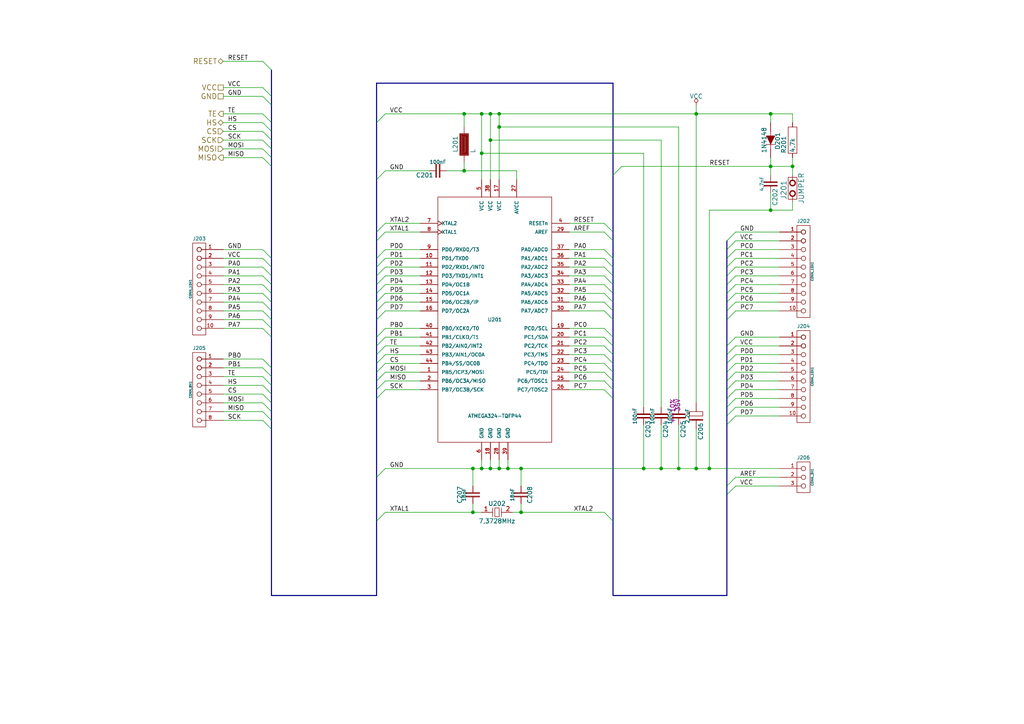
<source format=kicad_sch>
(kicad_sch (version 20211123) (generator eeschema)
  (paper "A4")
  (title_block (date "5 may 2013"))
  (lib_symbols
    (symbol "buscom-rescue:ATMEGA324-TQFP44" (pin_names (offset 1.016))
      (property "Reference" "U" (at 0 0 0))
      (property "Value" "ATMEGA324-TQFP44" (at 0 -27.94 0))
      (symbol "ATMEGA324-TQFP44_0_1"
        (pin bidirectional line (at -21.59 20.32 0) (length 5.08) (name "PD0/RXD0/T3") (number "9"))
      )
      (symbol "ATMEGA324-TQFP44_1_0"
        (rectangle (start -16.51 -35.56) (end 16.51 35.56))
      )
      (symbol "ATMEGA324-TQFP44_1_1"
        (pin input line (at -21.59 -15.24 0) (length 5.08) (name "PB5/ICP3/MOSI") (number "1"))
        (pin bidirectional line (at -21.59 17.78 0) (length 5.08) (name "PD1/TXD0") (number "10"))
        (pin bidirectional line (at -21.59 15.24 0) (length 5.08) (name "PD2/RXD1/INT0") (number "11"))
        (pin bidirectional line (at -21.59 12.7 0) (length 5.08) (name "PD3/TXD1/INT1") (number "12"))
        (pin bidirectional line (at -21.59 10.16 0) (length 5.08) (name "PD4/OC1B") (number "13"))
        (pin bidirectional line (at -21.59 7.62 0) (length 5.08) (name "PD5/OC1A") (number "14"))
        (pin bidirectional line (at -21.59 5.08 0) (length 5.08) (name "PD6/OC2B/IP") (number "15"))
        (pin bidirectional line (at -21.59 2.54 0) (length 5.08) (name "PD7/OC2A") (number "16"))
        (pin power_in line (at 1.27 40.64 270) (length 5.08) (name "VCC") (number "17"))
        (pin power_in line (at -1.27 -40.64 90) (length 5.08) (name "GND") (number "18"))
        (pin bidirectional line (at 21.59 -2.54 180) (length 5.08) (name "PC0/SCL") (number "19"))
        (pin bidirectional line (at -21.59 -17.78 0) (length 5.08) (name "PB6/OC3A/MISO") (number "2"))
        (pin bidirectional line (at 21.59 -5.08 180) (length 5.08) (name "PC1/SDA") (number "20"))
        (pin bidirectional line (at 21.59 -7.62 180) (length 5.08) (name "PC2/TCK") (number "21"))
        (pin bidirectional line (at 21.59 -10.16 180) (length 5.08) (name "PC3/TMS") (number "22"))
        (pin bidirectional line (at 21.59 -12.7 180) (length 5.08) (name "PC4/TDO") (number "23"))
        (pin bidirectional line (at 21.59 -15.24 180) (length 5.08) (name "PC5/TDI") (number "24"))
        (pin bidirectional line (at 21.59 -17.78 180) (length 5.08) (name "PC6/TOSC1") (number "25"))
        (pin bidirectional line (at 21.59 -20.32 180) (length 5.08) (name "PC7/TOSC2") (number "26"))
        (pin input line (at 6.35 40.64 270) (length 5.08) (name "AVCC") (number "27"))
        (pin power_in line (at 1.27 -40.64 90) (length 5.08) (name "GND") (number "28"))
        (pin input line (at 21.59 25.4 180) (length 5.08) (name "AREF") (number "29"))
        (pin bidirectional line (at -21.59 -20.32 0) (length 5.08) (name "PB7/OC3B/SCK") (number "3"))
        (pin bidirectional line (at 21.59 2.54 180) (length 5.08) (name "PA7/ADC7") (number "30"))
        (pin bidirectional line (at 21.59 5.08 180) (length 5.08) (name "PA6/ADC6") (number "31"))
        (pin bidirectional line (at 21.59 7.62 180) (length 5.08) (name "PA5/ADC5") (number "32"))
        (pin bidirectional line (at 21.59 10.16 180) (length 5.08) (name "PA4/ADC4") (number "33"))
        (pin bidirectional line (at 21.59 12.7 180) (length 5.08) (name "PA3/ADC3") (number "34"))
        (pin bidirectional line (at 21.59 15.24 180) (length 5.08) (name "PA2/ADC2") (number "35"))
        (pin bidirectional line (at 21.59 17.78 180) (length 5.08) (name "PA1/ADC1") (number "36"))
        (pin bidirectional line (at 21.59 20.32 180) (length 5.08) (name "PA0/ADC0") (number "37"))
        (pin power_in line (at -1.27 40.64 270) (length 5.08) (name "VCC") (number "38"))
        (pin power_in line (at 3.81 -40.64 90) (length 5.08) (name "GND") (number "39"))
        (pin bidirectional line (at 21.59 27.94 180) (length 5.08) (name "RESETn") (number "4"))
        (pin bidirectional line (at -21.59 -2.54 0) (length 5.08) (name "PB0/XCK0/T0") (number "40"))
        (pin bidirectional line (at -21.59 -5.08 0) (length 5.08) (name "PB1/CLKO/T1") (number "41"))
        (pin bidirectional line (at -21.59 -7.62 0) (length 5.08) (name "PB2/AIN0/INT2") (number "42"))
        (pin bidirectional line (at -21.59 -10.16 0) (length 5.08) (name "PB3/AIN1/OC0A") (number "43"))
        (pin bidirectional line (at -21.59 -12.7 0) (length 5.08) (name "PB4/SS/OC0B") (number "44"))
        (pin power_in line (at -3.81 40.64 270) (length 5.08) (name "VCC") (number "5"))
        (pin power_in line (at -3.81 -40.64 90) (length 5.08) (name "GND") (number "6"))
        (pin input clock (at -21.59 27.94 0) (length 5.08) (name "XTAL2") (number "7"))
        (pin input clock (at -21.59 25.4 0) (length 5.08) (name "XTAL1") (number "8"))
      )
    )
    (symbol "buscom-rescue:C" (pin_numbers hide) (pin_names (offset 1.016) hide)
      (property "Reference" "C" (at 1.27 1.27 0))
      (property "Value" "C" (at 0 -2.54 0))
      (symbol "C_0_1"
        (polyline (pts (xy -0.508 -1.905) (xy -0.508 1.905) (xy -0.508 1.905)))
        (polyline (pts (xy -0.381 -1.905) (xy -0.635 -1.905) (xy -0.635 -1.905)))
        (polyline (pts (xy -0.381 1.905) (xy -0.635 1.905) (xy -0.635 1.905)))
        (polyline (pts (xy -0.381 1.905) (xy -0.381 -1.905) (xy -0.381 -1.905)))
        (polyline (pts (xy 0.381 1.905) (xy 0.381 -1.905) (xy 0.381 -1.905)))
        (polyline (pts (xy 0.508 -1.905) (xy 0.508 1.905) (xy 0.508 1.905)))
        (polyline (pts (xy 0.635 -1.905) (xy 0.381 -1.905) (xy 0.381 -1.905)))
        (polyline (pts (xy 0.635 -1.905) (xy 0.635 1.905) (xy 0.635 1.905)))
        (polyline (pts (xy 0.635 1.905) (xy 0.381 1.905) (xy 0.381 1.905)))
        (polyline (pts (xy -0.635 1.905) (xy -0.635 -1.905) (xy -0.635 -1.905) (xy -0.635 -1.905)))
      )
      (symbol "C_1_1"
        (pin input line (at -2.54 0 0) (length 1.905) (name "1") (number "1"))
        (pin input line (at 2.54 0 180) (length 1.905) (name "2") (number "2"))
      )
    )
    (symbol "buscom-rescue:CONN_10X1" (pin_names (offset 1.016) hide)
      (property "Reference" "J" (at 1.905 14.605 0))
      (property "Value" "CONN_10X1" (at 4.445 0 90))
      (symbol "CONN_10X1_0_1"
        (rectangle (start 0 13.335) (end 3.81 -13.335))
      )
      (symbol "CONN_10X1_1_1"
        (pin passive inverted (at -5.08 11.43 0) (length 7.62) (name "1") (number "1"))
        (pin passive inverted (at -5.08 11.43 0) (length 7.62) (name "1") (number "1"))
        (pin input inverted (at -5.08 -11.43 0) (length 7.62) (name "10") (number "10"))
        (pin passive inverted (at -5.08 8.89 0) (length 7.62) (name "2") (number "2"))
        (pin passive inverted (at -5.08 8.89 0) (length 7.62) (name "2") (number "2"))
        (pin input inverted (at -5.08 6.35 0) (length 7.62) (name "3") (number "3"))
        (pin input inverted (at -5.08 3.81 0) (length 7.62) (name "4") (number "4"))
        (pin input inverted (at -5.08 1.27 0) (length 7.62) (name "5") (number "5"))
        (pin input inverted (at -5.08 -1.27 0) (length 7.62) (name "6") (number "6"))
        (pin input inverted (at -5.08 -3.81 0) (length 7.62) (name "7") (number "7"))
        (pin input inverted (at -5.08 -6.35 0) (length 7.62) (name "8") (number "8"))
        (pin input inverted (at -5.08 -8.89 0) (length 7.62) (name "9") (number "9"))
      )
    )
    (symbol "buscom-rescue:CONN_3X1" (pin_names (offset 1.016) hide)
      (property "Reference" "J" (at 1.905 5.715 0))
      (property "Value" "CONN_3X1" (at 4.445 0 90))
      (symbol "CONN_3X1_0_1"
        (rectangle (start 0 4.445) (end 3.81 -4.445))
      )
      (symbol "CONN_3X1_1_1"
        (pin passive inverted (at -5.08 2.54 0) (length 7.62) (name "1") (number "1"))
        (pin passive inverted (at -5.08 0 0) (length 7.62) (name "2") (number "2"))
        (pin input inverted (at -5.08 -2.54 0) (length 7.62) (name "3") (number "3"))
      )
    )
    (symbol "buscom-rescue:CONN_8X1" (pin_names (offset 1.016) hide)
      (property "Reference" "J" (at 1.905 12.065 0))
      (property "Value" "CONN_8X1" (at 4.445 0 90))
      (symbol "CONN_8X1_0_1"
        (rectangle (start 0 10.795) (end 3.81 -10.795))
      )
      (symbol "CONN_8X1_1_1"
        (pin passive inverted (at -5.08 8.89 0) (length 7.62) (name "1") (number "1"))
        (pin passive inverted (at -5.08 8.89 0) (length 7.62) (name "1") (number "1"))
        (pin passive inverted (at -5.08 6.35 0) (length 7.62) (name "2") (number "2"))
        (pin passive inverted (at -5.08 6.35 0) (length 7.62) (name "2") (number "2"))
        (pin input inverted (at -5.08 3.81 0) (length 7.62) (name "3") (number "3"))
        (pin input inverted (at -5.08 1.27 0) (length 7.62) (name "4") (number "4"))
        (pin input inverted (at -5.08 -1.27 0) (length 7.62) (name "5") (number "5"))
        (pin input inverted (at -5.08 -3.81 0) (length 7.62) (name "6") (number "6"))
        (pin input inverted (at -5.08 -6.35 0) (length 7.62) (name "7") (number "7"))
        (pin input inverted (at -5.08 -8.89 0) (length 7.62) (name "8") (number "8"))
      )
    )
    (symbol "buscom-rescue:CP" (pin_numbers hide) (pin_names (offset 1.016) hide)
      (property "Reference" "C" (at 1.905 1.27 0))
      (property "Value" "CP" (at 0 -2.54 0))
      (property "Voltage" "35V" (at -5.08 -5.334 0))
      (property "Tolrance" "+-10%" (at -5.08 -6.858 0))
      (symbol "CP_0_1"
        (polyline (pts (xy 1.016 -1.905) (xy 1.27 -1.905) (xy 1.27 -1.905)))
        (polyline (pts (xy 1.016 1.905) (xy 1.27 1.905) (xy 1.27 1.905)))
        (polyline (pts (xy 1.143 1.905) (xy 1.143 -1.905) (xy 1.143 -1.905)))
        (polyline (pts (xy 1.27 -1.905) (xy 1.27 1.905) (xy 1.27 1.905)))
        (polyline (pts (xy 1.016 1.905) (xy 1.016 -1.905) (xy 1.016 -1.905) (xy 1.016 -1.905)))
        (polyline (pts (xy 1.016 1.27) (xy 1.016 -1.27) (xy 1.016 -1.27) (xy 1.016 -1.27) (xy 1.016 -1.27) (xy 1.016 -1.27)))
        (rectangle (start 0 1.905) (end -1.27 -1.905))
      )
      (symbol "CP_1_1"
        (pin input line (at -3.81 0 0) (length 2.54) (name "1") (number "1"))
        (pin input line (at 3.81 0 180) (length 2.54) (name "2") (number "2"))
      )
    )
    (symbol "buscom-rescue:CRYSTAL" (pin_names (offset 1.016))
      (property "Reference" "U" (at 4.445 2.54 0))
      (property "Value" "CRYSTAL" (at 4.445 -2.54 0))
      (symbol "CRYSTAL_0_1"
        (polyline (pts (xy 2.54 0) (xy 3.175 0) (xy 3.175 0)))
        (polyline (pts (xy 3.175 1.27) (xy 3.175 -1.27) (xy 3.175 -1.27)))
        (polyline (pts (xy 5.715 1.27) (xy 5.715 -1.27) (xy 5.715 -1.27)))
        (polyline (pts (xy 6.35 0) (xy 5.715 0) (xy 5.715 0)))
        (rectangle (start 3.81 1.27) (end 5.08 -1.27))
      )
      (symbol "CRYSTAL_1_1"
        (pin output line (at 0 0 0) (length 2.54) (name "~") (number "1"))
        (pin output line (at 8.89 0 180) (length 2.54) (name "~") (number "2"))
      )
    )
    (symbol "buscom-rescue:D" (pin_numbers hide) (pin_names (offset 1.016) hide)
      (property "Reference" "D" (at 0.254 2.032 0))
      (property "Value" "D" (at 0 -1.905 0))
      (symbol "D_0_1"
        (polyline (pts (xy -1.27 0) (xy -2.54 0) (xy -2.54 0)))
        (polyline (pts (xy 1.27 1.27) (xy 1.27 -1.27) (xy 1.27 -1.27) (xy 1.27 -1.27)))
        (polyline (pts (xy 1.27 0) (xy -1.27 -1.27) (xy -1.27 1.27) (xy 1.27 0) (xy 1.27 0)) (stroke (width 0.0254)) (fill (type outline)))
        (polyline (pts (xy 2.54 0) (xy 1.27 0) (xy 1.27 0) (xy 1.27 0) (xy 1.27 0)))
      )
      (symbol "D_1_1"
        (pin input line (at -5.08 0 0) (length 2.54) (name "A") (number "1"))
        (pin input line (at 5.08 0 180) (length 2.54) (name "C") (number "2"))
      )
    )
    (symbol "buscom-rescue:JUMPER" (pin_numbers hide) (pin_names (offset 1.016) hide)
      (property "Reference" "J" (at -0.508 2.54 0))
      (property "Value" "JUMPER" (at 0 -2.54 0))
      (symbol "JUMPER_0_1"
        (rectangle (start -3.175 1.27) (end 3.175 -1.27))
        (circle (center -1.524 0) (radius 0.7874) (stroke (width 0.381)))
        (circle (center 1.524 0) (radius 0.7874) (stroke (width 0.381)))
        (pin passive line (at 3.81 0 180) (length 1.27) (name "2") (number "2"))
      )
      (symbol "JUMPER_1_1"
        (pin passive line (at -3.81 0 0) (length 1.27) (name "1") (number "1"))
      )
    )
    (symbol "buscom-rescue:L" (pin_numbers hide) (pin_names (offset 1.016) hide)
      (property "Reference" "L" (at -2.54 -2.54 0))
      (property "Value" "L" (at -2.54 2.159 0))
      (symbol "L_0_1"
        (rectangle (start -3.175 1.27) (end 3.175 -1.27))
        (rectangle (start -2.921 1.016) (end 2.921 -1.016))
        (rectangle (start -2.667 0.762) (end 2.667 -0.762))
        (rectangle (start -2.413 0.508) (end 2.413 -0.508))
        (rectangle (start -2.159 0.254) (end 2.159 -0.254))
        (rectangle (start -1.905 0) (end 1.905 0))
        (rectangle (start 2.032 -0.127) (end -2.032 0.127))
        (rectangle (start 2.286 -0.381) (end -2.286 0.381))
        (rectangle (start 2.54 -0.635) (end -2.54 0.635))
        (rectangle (start 2.794 -0.889) (end -2.794 0.889))
        (rectangle (start 3.048 -1.143) (end -3.048 1.143))
      )
      (symbol "L_1_1"
        (pin bidirectional line (at -5.08 0 0) (length 1.905) (name "1") (number "1"))
        (pin bidirectional line (at 5.08 0 180) (length 1.905) (name "2") (number "2"))
      )
    )
    (symbol "buscom-rescue:R" (pin_numbers hide) (pin_names (offset 1.016) hide)
      (property "Reference" "R" (at -1.27 -2.54 0))
      (property "Value" "R" (at -0.635 0 0))
      (symbol "R_0_1"
        (rectangle (start -3.81 1.27) (end 3.81 -1.27))
      )
      (symbol "R_1_1"
        (pin passive line (at -5.08 0 0) (length 1.27) (name "1") (number "1"))
        (pin passive line (at 5.08 0 180) (length 1.27) (name "2") (number "2"))
      )
    )
    (symbol "buscom-rescue:VCC" (power) (pin_names (offset 0))
      (property "Value" "VCC" (at 0 2.54 0))
      (symbol "VCC_0_0"
        (pin power_in line (at 0 0 90) (length 0) hide (name "VCC") (number "1"))
      )
      (symbol "VCC_0_1"
        (polyline (pts (xy 0 0) (xy 0 0.762) (xy 0 0.762)))
        (circle (center 0 1.27) (radius 0.508))
      )
    )
  )
  (junction (at 144.78 36.83))
  (junction (at 191.77 135.89))
  (junction (at 201.93 33.02))
  (junction (at 201.93 135.89))
  (junction (at 137.16 148.59))
  (junction (at 139.7 44.45))
  (junction (at 139.7 135.89))
  (junction (at 139.7 33.02))
  (junction (at 151.13 148.59))
  (junction (at 142.24 33.02))
  (junction (at 196.85 135.89))
  (junction (at 223.52 60.96))
  (junction (at 151.13 135.89))
  (junction (at 147.32 135.89))
  (junction (at 142.24 135.89))
  (junction (at 134.62 49.53))
  (junction (at 137.16 135.89))
  (junction (at 229.87 48.26))
  (junction (at 142.24 40.64))
  (junction (at 186.69 135.89))
  (junction (at 144.78 33.02))
  (junction (at 134.62 33.02))
  (junction (at 205.74 135.89))
  (junction (at 223.52 48.26))
  (junction (at 223.52 33.02))
  (junction (at 144.78 135.89))
  (bus_entry (at 210.82 143.51) (size 2.54 -2.54))
  (bus_entry (at 175.26 97.79) (size 2.54 2.54))
  (bus_entry (at 175.26 95.25) (size 2.54 2.54))
  (bus_entry (at 175.26 105.41) (size 2.54 2.54))
  (bus_entry (at 76.2 109.22) (size 2.54 2.54))
  (bus_entry (at 210.82 82.55) (size 2.54 -2.54))
  (bus_entry (at 175.26 80.01) (size 2.54 2.54))
  (bus_entry (at 175.26 100.33) (size 2.54 2.54))
  (bus_entry (at 76.2 87.63) (size 2.54 2.54))
  (bus_entry (at 76.2 80.01) (size 2.54 2.54))
  (bus_entry (at 175.26 148.59) (size 2.54 2.54))
  (bus_entry (at 210.82 107.95) (size 2.54 -2.54))
  (bus_entry (at 210.82 123.19) (size 2.54 -2.54))
  (bus_entry (at 109.22 77.47) (size 2.54 -2.54))
  (bus_entry (at 210.82 100.33) (size 2.54 -2.54))
  (bus_entry (at 76.2 85.09) (size 2.54 2.54))
  (bus_entry (at 210.82 77.47) (size 2.54 -2.54))
  (bus_entry (at 76.2 35.56) (size 2.54 2.54))
  (bus_entry (at 177.8 50.8) (size 2.54 -2.54))
  (bus_entry (at 175.26 67.31) (size 2.54 2.54))
  (bus_entry (at 210.82 105.41) (size 2.54 -2.54))
  (bus_entry (at 210.82 85.09) (size 2.54 -2.54))
  (bus_entry (at 210.82 110.49) (size 2.54 -2.54))
  (bus_entry (at 76.2 77.47) (size 2.54 2.54))
  (bus_entry (at 210.82 92.71) (size 2.54 -2.54))
  (bus_entry (at 109.22 110.49) (size 2.54 -2.54))
  (bus_entry (at 210.82 80.01) (size 2.54 -2.54))
  (bus_entry (at 109.22 90.17) (size 2.54 -2.54))
  (bus_entry (at 76.2 95.25) (size 2.54 2.54))
  (bus_entry (at 109.22 87.63) (size 2.54 -2.54))
  (bus_entry (at 210.82 102.87) (size 2.54 -2.54))
  (bus_entry (at 175.26 77.47) (size 2.54 2.54))
  (bus_entry (at 210.82 74.93) (size 2.54 -2.54))
  (bus_entry (at 109.22 69.85) (size 2.54 -2.54))
  (bus_entry (at 76.2 119.38) (size 2.54 2.54))
  (bus_entry (at 76.2 111.76) (size 2.54 2.54))
  (bus_entry (at 76.2 92.71) (size 2.54 2.54))
  (bus_entry (at 175.26 87.63) (size 2.54 2.54))
  (bus_entry (at 76.2 33.02) (size 2.54 2.54))
  (bus_entry (at 210.82 115.57) (size 2.54 -2.54))
  (bus_entry (at 210.82 72.39) (size 2.54 -2.54))
  (bus_entry (at 76.2 116.84) (size 2.54 2.54))
  (bus_entry (at 109.22 80.01) (size 2.54 -2.54))
  (bus_entry (at 109.22 107.95) (size 2.54 -2.54))
  (bus_entry (at 109.22 92.71) (size 2.54 -2.54))
  (bus_entry (at 109.22 151.13) (size 2.54 -2.54))
  (bus_entry (at 210.82 69.85) (size 2.54 -2.54))
  (bus_entry (at 76.2 17.78) (size 2.54 2.54))
  (bus_entry (at 210.82 87.63) (size 2.54 -2.54))
  (bus_entry (at 76.2 72.39) (size 2.54 2.54))
  (bus_entry (at 210.82 140.97) (size 2.54 -2.54))
  (bus_entry (at 109.22 97.79) (size 2.54 -2.54))
  (bus_entry (at 76.2 114.3) (size 2.54 2.54))
  (bus_entry (at 175.26 82.55) (size 2.54 2.54))
  (bus_entry (at 175.26 113.03) (size 2.54 2.54))
  (bus_entry (at 175.26 64.77) (size 2.54 2.54))
  (bus_entry (at 210.82 113.03) (size 2.54 -2.54))
  (bus_entry (at 76.2 40.64) (size 2.54 2.54))
  (bus_entry (at 175.26 74.93) (size 2.54 2.54))
  (bus_entry (at 175.26 72.39) (size 2.54 2.54))
  (bus_entry (at 175.26 85.09) (size 2.54 2.54))
  (bus_entry (at 210.82 90.17) (size 2.54 -2.54))
  (bus_entry (at 109.22 113.03) (size 2.54 -2.54))
  (bus_entry (at 76.2 90.17) (size 2.54 2.54))
  (bus_entry (at 109.22 67.31) (size 2.54 -2.54))
  (bus_entry (at 76.2 82.55) (size 2.54 2.54))
  (bus_entry (at 109.22 115.57) (size 2.54 -2.54))
  (bus_entry (at 175.26 102.87) (size 2.54 2.54))
  (bus_entry (at 210.82 120.65) (size 2.54 -2.54))
  (bus_entry (at 175.26 90.17) (size 2.54 2.54))
  (bus_entry (at 109.22 85.09) (size 2.54 -2.54))
  (bus_entry (at 76.2 45.72) (size 2.54 2.54))
  (bus_entry (at 109.22 82.55) (size 2.54 -2.54))
  (bus_entry (at 109.22 74.93) (size 2.54 -2.54))
  (bus_entry (at 76.2 25.4) (size 2.54 2.54))
  (bus_entry (at 109.22 138.43) (size 2.54 -2.54))
  (bus_entry (at 109.22 102.87) (size 2.54 -2.54))
  (bus_entry (at 76.2 27.94) (size 2.54 2.54))
  (bus_entry (at 210.82 118.11) (size 2.54 -2.54))
  (bus_entry (at 109.22 35.56) (size 2.54 -2.54))
  (bus_entry (at 76.2 74.93) (size 2.54 2.54))
  (bus_entry (at 76.2 104.14) (size 2.54 2.54))
  (bus_entry (at 76.2 38.1) (size 2.54 2.54))
  (bus_entry (at 109.22 100.33) (size 2.54 -2.54))
  (bus_entry (at 76.2 106.68) (size 2.54 2.54))
  (bus_entry (at 109.22 105.41) (size 2.54 -2.54))
  (bus_entry (at 76.2 121.92) (size 2.54 2.54))
  (bus_entry (at 175.26 110.49) (size 2.54 2.54))
  (bus_entry (at 76.2 43.18) (size 2.54 2.54))
  (bus_entry (at 109.22 52.07) (size 2.54 -2.54))
  (bus_entry (at 175.26 107.95) (size 2.54 2.54))
  (bus (pts (xy 78.74 80.01) (xy 78.74 77.47)))
  (wire (pts (xy 64.77 38.1) (xy 76.2 38.1)))
  (wire (pts (xy 186.69 118.11) (xy 186.69 44.45)))
  (wire (pts (xy 213.36 120.65) (xy 226.06 120.65)))
  (wire (pts (xy 121.92 80.01) (xy 111.76 80.01)))
  (wire (pts (xy 64.77 95.25) (xy 76.2 95.25)))
  (wire (pts (xy 148.59 148.59) (xy 151.13 148.59)))
  (bus (pts (xy 109.22 69.85) (xy 109.22 67.31)))
  (wire (pts (xy 165.1 95.25) (xy 175.26 95.25)))
  (wire (pts (xy 64.77 111.76) (xy 76.2 111.76)))
  (wire (pts (xy 196.85 135.89) (xy 196.85 123.19)))
  (wire (pts (xy 205.74 60.96) (xy 223.52 60.96)))
  (bus (pts (xy 210.82 74.93) (xy 210.82 77.47)))
  (wire (pts (xy 111.76 148.59) (xy 137.16 148.59)))
  (wire (pts (xy 64.77 27.94) (xy 76.2 27.94)))
  (bus (pts (xy 109.22 80.01) (xy 109.22 77.47)))
  (wire (pts (xy 111.76 97.79) (xy 121.92 97.79)))
  (wire (pts (xy 137.16 140.97) (xy 137.16 135.89)))
  (wire (pts (xy 142.24 33.02) (xy 142.24 40.64)))
  (wire (pts (xy 151.13 146.05) (xy 151.13 148.59)))
  (wire (pts (xy 64.77 104.14) (xy 76.2 104.14)))
  (bus (pts (xy 177.8 97.79) (xy 177.8 100.33)))
  (wire (pts (xy 165.1 67.31) (xy 175.26 67.31)))
  (bus (pts (xy 177.8 24.13) (xy 177.8 50.8)))
  (bus (pts (xy 109.22 97.79) (xy 109.22 92.71)))
  (wire (pts (xy 64.77 33.02) (xy 76.2 33.02)))
  (wire (pts (xy 165.1 110.49) (xy 175.26 110.49)))
  (wire (pts (xy 144.78 33.02) (xy 142.24 33.02)))
  (wire (pts (xy 191.77 135.89) (xy 191.77 123.19)))
  (wire (pts (xy 213.36 110.49) (xy 226.06 110.49)))
  (bus (pts (xy 109.22 24.13) (xy 177.8 24.13)))
  (wire (pts (xy 165.1 102.87) (xy 175.26 102.87)))
  (bus (pts (xy 177.8 85.09) (xy 177.8 87.63)))
  (wire (pts (xy 186.69 44.45) (xy 139.7 44.45)))
  (wire (pts (xy 147.32 135.89) (xy 147.32 133.35)))
  (wire (pts (xy 134.62 49.53) (xy 134.62 46.99)))
  (bus (pts (xy 109.22 172.72) (xy 109.22 151.13)))
  (bus (pts (xy 109.22 113.03) (xy 109.22 110.49)))
  (bus (pts (xy 78.74 77.47) (xy 78.74 74.93)))
  (wire (pts (xy 165.1 82.55) (xy 175.26 82.55)))
  (wire (pts (xy 111.76 113.03) (xy 121.92 113.03)))
  (wire (pts (xy 121.92 74.93) (xy 111.76 74.93)))
  (bus (pts (xy 78.74 90.17) (xy 78.74 87.63)))
  (wire (pts (xy 121.92 82.55) (xy 111.76 82.55)))
  (wire (pts (xy 142.24 135.89) (xy 139.7 135.89)))
  (wire (pts (xy 111.76 110.49) (xy 121.92 110.49)))
  (wire (pts (xy 226.06 135.89) (xy 205.74 135.89)))
  (wire (pts (xy 226.06 72.39) (xy 213.36 72.39)))
  (wire (pts (xy 165.1 64.77) (xy 175.26 64.77)))
  (wire (pts (xy 223.52 33.02) (xy 223.52 35.56)))
  (wire (pts (xy 226.06 100.33) (xy 213.36 100.33)))
  (bus (pts (xy 210.82 105.41) (xy 210.82 107.95)))
  (wire (pts (xy 147.32 135.89) (xy 144.78 135.89)))
  (wire (pts (xy 191.77 40.64) (xy 191.77 118.11)))
  (bus (pts (xy 177.8 100.33) (xy 177.8 102.87)))
  (wire (pts (xy 229.87 58.42) (xy 229.87 60.96)))
  (wire (pts (xy 165.1 113.03) (xy 175.26 113.03)))
  (bus (pts (xy 109.22 77.47) (xy 109.22 74.93)))
  (wire (pts (xy 64.77 80.01) (xy 76.2 80.01)))
  (wire (pts (xy 64.77 82.55) (xy 76.2 82.55)))
  (wire (pts (xy 64.77 121.92) (xy 76.2 121.92)))
  (wire (pts (xy 213.36 105.41) (xy 226.06 105.41)))
  (bus (pts (xy 177.8 50.8) (xy 177.8 67.31)))
  (wire (pts (xy 139.7 33.02) (xy 134.62 33.02)))
  (bus (pts (xy 177.8 115.57) (xy 177.8 151.13)))
  (wire (pts (xy 64.77 119.38) (xy 76.2 119.38)))
  (bus (pts (xy 78.74 82.55) (xy 78.74 80.01)))
  (wire (pts (xy 223.52 50.8) (xy 223.52 48.26)))
  (wire (pts (xy 213.36 67.31) (xy 226.06 67.31)))
  (wire (pts (xy 213.36 69.85) (xy 226.06 69.85)))
  (bus (pts (xy 78.74 40.64) (xy 78.74 38.1)))
  (wire (pts (xy 144.78 135.89) (xy 142.24 135.89)))
  (wire (pts (xy 111.76 107.95) (xy 121.92 107.95)))
  (wire (pts (xy 64.77 109.22) (xy 76.2 109.22)))
  (wire (pts (xy 205.74 135.89) (xy 201.93 135.89)))
  (wire (pts (xy 205.74 135.89) (xy 205.74 60.96)))
  (wire (pts (xy 223.52 48.26) (xy 180.34 48.26)))
  (wire (pts (xy 226.06 82.55) (xy 213.36 82.55)))
  (bus (pts (xy 78.74 124.46) (xy 78.74 121.92)))
  (wire (pts (xy 201.93 135.89) (xy 196.85 135.89)))
  (wire (pts (xy 226.06 140.97) (xy 213.36 140.97)))
  (wire (pts (xy 121.92 87.63) (xy 111.76 87.63)))
  (bus (pts (xy 210.82 120.65) (xy 210.82 123.19)))
  (bus (pts (xy 177.8 74.93) (xy 177.8 77.47)))
  (wire (pts (xy 64.77 17.78) (xy 76.2 17.78)))
  (bus (pts (xy 210.82 123.19) (xy 210.82 140.97)))
  (wire (pts (xy 64.77 116.84) (xy 76.2 116.84)))
  (bus (pts (xy 78.74 109.22) (xy 78.74 106.68)))
  (wire (pts (xy 201.93 33.02) (xy 201.93 116.84)))
  (bus (pts (xy 210.82 140.97) (xy 210.82 143.51)))
  (wire (pts (xy 229.87 35.56) (xy 229.87 33.02)))
  (wire (pts (xy 111.76 95.25) (xy 121.92 95.25)))
  (bus (pts (xy 210.82 113.03) (xy 210.82 115.57)))
  (bus (pts (xy 109.22 67.31) (xy 109.22 52.07)))
  (wire (pts (xy 213.36 113.03) (xy 226.06 113.03)))
  (bus (pts (xy 109.22 151.13) (xy 109.22 138.43)))
  (bus (pts (xy 109.22 138.43) (xy 109.22 115.57)))
  (wire (pts (xy 121.92 90.17) (xy 111.76 90.17)))
  (wire (pts (xy 213.36 118.11) (xy 226.06 118.11)))
  (bus (pts (xy 78.74 85.09) (xy 78.74 82.55)))
  (wire (pts (xy 223.52 48.26) (xy 223.52 45.72)))
  (wire (pts (xy 165.1 107.95) (xy 175.26 107.95)))
  (wire (pts (xy 134.62 33.02) (xy 111.76 33.02)))
  (bus (pts (xy 78.74 38.1) (xy 78.74 35.56)))
  (wire (pts (xy 213.36 85.09) (xy 226.06 85.09)))
  (wire (pts (xy 229.87 48.26) (xy 229.87 45.72)))
  (wire (pts (xy 196.85 135.89) (xy 191.77 135.89)))
  (wire (pts (xy 213.36 102.87) (xy 226.06 102.87)))
  (wire (pts (xy 223.52 33.02) (xy 201.93 33.02)))
  (wire (pts (xy 121.92 105.41) (xy 111.76 105.41)))
  (wire (pts (xy 64.77 25.4) (xy 76.2 25.4)))
  (bus (pts (xy 109.22 90.17) (xy 109.22 87.63)))
  (bus (pts (xy 177.8 105.41) (xy 177.8 107.95)))
  (wire (pts (xy 142.24 40.64) (xy 191.77 40.64)))
  (wire (pts (xy 64.77 74.93) (xy 76.2 74.93)))
  (wire (pts (xy 165.1 105.41) (xy 175.26 105.41)))
  (wire (pts (xy 223.52 55.88) (xy 223.52 60.96)))
  (wire (pts (xy 111.76 72.39) (xy 121.92 72.39)))
  (wire (pts (xy 165.1 87.63) (xy 175.26 87.63)))
  (wire (pts (xy 196.85 36.83) (xy 144.78 36.83)))
  (bus (pts (xy 78.74 43.18) (xy 78.74 40.64)))
  (bus (pts (xy 78.74 172.72) (xy 78.74 124.46)))
  (wire (pts (xy 64.77 45.72) (xy 76.2 45.72)))
  (bus (pts (xy 78.74 121.92) (xy 78.74 119.38)))
  (wire (pts (xy 137.16 146.05) (xy 137.16 148.59)))
  (wire (pts (xy 191.77 135.89) (xy 186.69 135.89)))
  (wire (pts (xy 111.76 100.33) (xy 121.92 100.33)))
  (bus (pts (xy 210.82 87.63) (xy 210.82 90.17)))
  (bus (pts (xy 210.82 69.85) (xy 210.82 72.39)))
  (wire (pts (xy 121.92 67.31) (xy 111.76 67.31)))
  (wire (pts (xy 213.36 107.95) (xy 226.06 107.95)))
  (wire (pts (xy 213.36 87.63) (xy 226.06 87.63)))
  (bus (pts (xy 177.8 80.01) (xy 177.8 82.55)))
  (wire (pts (xy 129.54 49.53) (xy 134.62 49.53)))
  (bus (pts (xy 210.82 107.95) (xy 210.82 110.49)))
  (wire (pts (xy 134.62 36.83) (xy 134.62 33.02)))
  (wire (pts (xy 165.1 80.01) (xy 175.26 80.01)))
  (bus (pts (xy 78.74 45.72) (xy 78.74 43.18)))
  (wire (pts (xy 201.93 124.46) (xy 201.93 135.89)))
  (wire (pts (xy 201.93 33.02) (xy 144.78 33.02)))
  (wire (pts (xy 64.77 106.68) (xy 76.2 106.68)))
  (wire (pts (xy 64.77 92.71) (xy 76.2 92.71)))
  (wire (pts (xy 64.77 77.47) (xy 76.2 77.47)))
  (bus (pts (xy 109.22 82.55) (xy 109.22 80.01)))
  (wire (pts (xy 196.85 118.11) (xy 196.85 36.83)))
  (wire (pts (xy 151.13 135.89) (xy 147.32 135.89)))
  (bus (pts (xy 210.82 143.51) (xy 210.82 172.72)))
  (bus (pts (xy 109.22 35.56) (xy 109.22 24.13)))
  (wire (pts (xy 139.7 135.89) (xy 139.7 133.35)))
  (wire (pts (xy 226.06 97.79) (xy 213.36 97.79)))
  (bus (pts (xy 109.22 105.41) (xy 109.22 102.87)))
  (wire (pts (xy 64.77 72.39) (xy 76.2 72.39)))
  (wire (pts (xy 201.93 30.48) (xy 201.93 33.02)))
  (wire (pts (xy 121.92 77.47) (xy 111.76 77.47)))
  (bus (pts (xy 177.8 110.49) (xy 177.8 113.03)))
  (bus (pts (xy 109.22 87.63) (xy 109.22 85.09)))
  (wire (pts (xy 165.1 90.17) (xy 175.26 90.17)))
  (bus (pts (xy 177.8 92.71) (xy 177.8 97.79)))
  (bus (pts (xy 109.22 100.33) (xy 109.22 97.79)))
  (wire (pts (xy 213.36 115.57) (xy 226.06 115.57)))
  (wire (pts (xy 64.77 35.56) (xy 76.2 35.56)))
  (wire (pts (xy 134.62 49.53) (xy 149.86 49.53)))
  (wire (pts (xy 186.69 135.89) (xy 186.69 123.19)))
  (bus (pts (xy 177.8 90.17) (xy 177.8 92.71)))
  (wire (pts (xy 186.69 135.89) (xy 151.13 135.89)))
  (bus (pts (xy 78.74 116.84) (xy 78.74 114.3)))
  (bus (pts (xy 109.22 115.57) (xy 109.22 113.03)))
  (wire (pts (xy 151.13 140.97) (xy 151.13 135.89)))
  (bus (pts (xy 78.74 97.79) (xy 78.74 95.25)))
  (bus (pts (xy 78.74 48.26) (xy 78.74 45.72)))
  (bus (pts (xy 78.74 114.3) (xy 78.74 111.76)))
  (wire (pts (xy 229.87 33.02) (xy 223.52 33.02)))
  (bus (pts (xy 177.8 102.87) (xy 177.8 105.41)))
  (wire (pts (xy 229.87 50.8) (xy 229.87 48.26)))
  (bus (pts (xy 210.82 102.87) (xy 210.82 105.41)))
  (bus (pts (xy 210.82 85.09) (xy 210.82 87.63)))
  (bus (pts (xy 78.74 111.76) (xy 78.74 109.22)))
  (bus (pts (xy 78.74 30.48) (xy 78.74 27.94)))
  (bus (pts (xy 109.22 107.95) (xy 109.22 105.41)))
  (wire (pts (xy 144.78 52.07) (xy 144.78 36.83)))
  (wire (pts (xy 144.78 36.83) (xy 144.78 33.02)))
  (wire (pts (xy 64.77 87.63) (xy 76.2 87.63)))
  (wire (pts (xy 139.7 44.45) (xy 139.7 52.07)))
  (bus (pts (xy 177.8 87.63) (xy 177.8 90.17)))
  (bus (pts (xy 177.8 151.13) (xy 177.8 172.72)))
  (bus (pts (xy 78.74 35.56) (xy 78.74 30.48)))
  (bus (pts (xy 78.74 27.94) (xy 78.74 20.32)))
  (bus (pts (xy 210.82 77.47) (xy 210.82 80.01)))
  (bus (pts (xy 78.74 74.93) (xy 78.74 48.26)))
  (wire (pts (xy 111.76 64.77) (xy 121.92 64.77)))
  (bus (pts (xy 109.22 85.09) (xy 109.22 82.55)))
  (bus (pts (xy 210.82 90.17) (xy 210.82 92.71)))
  (bus (pts (xy 177.8 67.31) (xy 177.8 69.85)))
  (wire (pts (xy 213.36 90.17) (xy 226.06 90.17)))
  (bus (pts (xy 210.82 82.55) (xy 210.82 85.09)))
  (bus (pts (xy 78.74 106.68) (xy 78.74 97.79)))
  (bus (pts (xy 78.74 95.25) (xy 78.74 92.71)))
  (wire (pts (xy 142.24 33.02) (xy 139.7 33.02)))
  (wire (pts (xy 124.46 49.53) (xy 111.76 49.53)))
  (bus (pts (xy 109.22 52.07) (xy 109.22 35.56)))
  (wire (pts (xy 213.36 80.01) (xy 226.06 80.01)))
  (wire (pts (xy 226.06 138.43) (xy 213.36 138.43)))
  (wire (pts (xy 165.1 77.47) (xy 175.26 77.47)))
  (bus (pts (xy 78.74 92.71) (xy 78.74 90.17)))
  (bus (pts (xy 210.82 72.39) (xy 210.82 74.93)))
  (bus (pts (xy 109.22 110.49) (xy 109.22 107.95)))
  (bus (pts (xy 177.8 77.47) (xy 177.8 80.01)))
  (bus (pts (xy 177.8 82.55) (xy 177.8 85.09)))
  (wire (pts (xy 64.77 85.09) (xy 76.2 85.09)))
  (bus (pts (xy 109.22 102.87) (xy 109.22 100.33)))
  (wire (pts (xy 165.1 74.93) (xy 175.26 74.93)))
  (wire (pts (xy 142.24 135.89) (xy 142.24 133.35)))
  (wire (pts (xy 121.92 85.09) (xy 111.76 85.09)))
  (wire (pts (xy 165.1 72.39) (xy 175.26 72.39)))
  (bus (pts (xy 109.22 172.72) (xy 78.74 172.72)))
  (wire (pts (xy 165.1 100.33) (xy 175.26 100.33)))
  (wire (pts (xy 139.7 33.02) (xy 139.7 44.45)))
  (bus (pts (xy 109.22 92.71) (xy 109.22 90.17)))
  (bus (pts (xy 210.82 110.49) (xy 210.82 113.03)))
  (bus (pts (xy 210.82 115.57) (xy 210.82 118.11)))
  (wire (pts (xy 64.77 114.3) (xy 76.2 114.3)))
  (wire (pts (xy 151.13 148.59) (xy 175.26 148.59)))
  (wire (pts (xy 165.1 85.09) (xy 175.26 85.09)))
  (bus (pts (xy 210.82 100.33) (xy 210.82 102.87)))
  (wire (pts (xy 111.76 102.87) (xy 121.92 102.87)))
  (wire (pts (xy 144.78 135.89) (xy 144.78 133.35)))
  (bus (pts (xy 177.8 69.85) (xy 177.8 74.93)))
  (wire (pts (xy 223.52 60.96) (xy 229.87 60.96)))
  (bus (pts (xy 177.8 107.95) (xy 177.8 110.49)))
  (wire (pts (xy 139.7 135.89) (xy 137.16 135.89)))
  (wire (pts (xy 149.86 49.53) (xy 149.86 52.07)))
  (bus (pts (xy 109.22 74.93) (xy 109.22 69.85)))
  (wire (pts (xy 64.77 90.17) (xy 76.2 90.17)))
  (bus (pts (xy 177.8 113.03) (xy 177.8 115.57)))
  (wire (pts (xy 142.24 40.64) (xy 142.24 52.07)))
  (wire (pts (xy 226.06 77.47) (xy 213.36 77.47)))
  (bus (pts (xy 78.74 119.38) (xy 78.74 116.84)))
  (bus (pts (xy 78.74 87.63) (xy 78.74 85.09)))
  (wire (pts (xy 229.87 48.26) (xy 223.52 48.26)))
  (wire (pts (xy 165.1 97.79) (xy 175.26 97.79)))
  (bus (pts (xy 210.82 80.01) (xy 210.82 82.55)))
  (wire (pts (xy 213.36 74.93) (xy 226.06 74.93)))
  (bus (pts (xy 177.8 172.72) (xy 210.82 172.72)))
  (wire (pts (xy 64.77 40.64) (xy 76.2 40.64)))
  (wire (pts (xy 137.16 148.59) (xy 139.7 148.59)))
  (wire (pts (xy 137.16 135.89) (xy 111.76 135.89)))
  (bus (pts (xy 210.82 118.11) (xy 210.82 120.65)))
  (bus (pts (xy 210.82 92.71) (xy 210.82 100.33)))
  (wire (pts (xy 64.77 43.18) (xy 76.2 43.18)))
  (label "HS" (at 113.03 102.87 0))
  (label "TE" (at 113.03 100.33 0))
  (label "SCK" (at 66.04 40.64 0))
  (label "XTAL2" (at 113.03 64.77 0))
  (label "CS" (at 66.04 38.1 0))
  (label "PA4" (at 166.37 82.55 0))
  (label "PC7" (at 166.37 113.03 0))
  (label "PC6" (at 166.37 110.49 0))
  (label "GND" (at 66.04 72.39 0))
  (label "PD2" (at 214.63 107.95 0))
  (label "PC5" (at 166.37 107.95 0))
  (label "PC5" (at 214.63 85.09 0))
  (label "MOSI" (at 113.03 107.95 0))
  (label "HS" (at 66.04 35.56 0))
  (label "GND" (at 113.03 135.89 0))
  (label "PA3" (at 166.37 80.01 0))
  (label "PD0" (at 113.03 72.39 0))
  (label "PD2" (at 113.03 77.47 0))
  (label "TE" (at 66.04 109.22 0))
  (label "PA5" (at 66.04 90.17 0))
  (label "PD1" (at 113.03 74.93 0))
  (label "GND" (at 113.03 49.53 0))
  (label "MISO" (at 66.04 45.72 0))
  (label "CS" (at 66.04 114.3 0))
  (label "CS" (at 113.03 105.41 0))
  (label "VCC" (at 214.63 69.85 0))
  (label "PD0" (at 214.63 102.87 0))
  (label "PD5" (at 214.63 115.57 0))
  (label "PD6" (at 214.63 118.11 0))
  (label "PD4" (at 113.03 82.55 0))
  (label "PD7" (at 214.63 120.65 0))
  (label "AREF" (at 214.63 138.43 0))
  (label "PA1" (at 66.04 80.01 0))
  (label "RESET" (at 205.74 48.26 0))
  (label "PC2" (at 214.63 77.47 0))
  (label "PA4" (at 66.04 87.63 0))
  (label "PD7" (at 113.03 90.17 0))
  (label "XTAL2" (at 166.37 148.59 0))
  (label "PC1" (at 214.63 74.93 0))
  (label "PA7" (at 66.04 95.25 0))
  (label "RESET" (at 166.37 64.77 0))
  (label "PA1" (at 166.37 74.93 0))
  (label "PB1" (at 66.04 106.68 0))
  (label "VCC" (at 66.04 74.93 0))
  (label "PD4" (at 214.63 113.03 0))
  (label "PC0" (at 166.37 95.25 0))
  (label "VCC" (at 214.63 100.33 0))
  (label "PD5" (at 113.03 85.09 0))
  (label "MISO" (at 113.03 110.49 0))
  (label "PA0" (at 166.37 72.39 0))
  (label "PA0" (at 66.04 77.47 0))
  (label "VCC" (at 113.03 33.02 0))
  (label "PA3" (at 66.04 85.09 0))
  (label "PC4" (at 214.63 82.55 0))
  (label "AREF" (at 166.37 67.31 0))
  (label "SCK" (at 113.03 113.03 0))
  (label "PD1" (at 214.63 105.41 0))
  (label "PC1" (at 166.37 97.79 0))
  (label "PB1" (at 113.03 97.79 0))
  (label "VCC" (at 66.04 25.4 0))
  (label "PB0" (at 113.03 95.25 0))
  (label "PA7" (at 166.37 90.17 0))
  (label "PA5" (at 166.37 85.09 0))
  (label "PA6" (at 166.37 87.63 0))
  (label "GND" (at 214.63 97.79 0))
  (label "PC3" (at 214.63 80.01 0))
  (label "PD3" (at 113.03 80.01 0))
  (label "PC2" (at 166.37 100.33 0))
  (label "GND" (at 66.04 27.94 0))
  (label "PB0" (at 66.04 104.14 0))
  (label "VCC" (at 214.63 140.97 0))
  (label "HS" (at 66.04 111.76 0))
  (label "PD3" (at 214.63 110.49 0))
  (label "PC0" (at 214.63 72.39 0))
  (label "XTAL1" (at 113.03 67.31 0))
  (label "PA6" (at 66.04 92.71 0))
  (label "PD6" (at 113.03 87.63 0))
  (label "XTAL1" (at 113.03 148.59 0))
  (label "MOSI" (at 66.04 116.84 0))
  (label "MOSI" (at 66.04 43.18 0))
  (label "SCK" (at 66.04 121.92 0))
  (label "PC3" (at 166.37 102.87 0))
  (label "GND" (at 214.63 67.31 0))
  (label "MISO" (at 66.04 119.38 0))
  (label "PC7" (at 214.63 90.17 0))
  (label "PC6" (at 214.63 87.63 0))
  (label "PA2" (at 66.04 82.55 0))
  (label "PC4" (at 166.37 105.41 0))
  (label "RESET" (at 66.04 17.78 0))
  (label "TE" (at 66.04 33.02 0))
  (label "PA2" (at 166.37 77.47 0))
  (hierarchical_label "SCK" (shape input) (at 64.77 40.64 180) (effects (font (size 1.524 1.524))))
  (hierarchical_label "CS" (shape input) (at 64.77 38.1 180) (effects (font (size 1.524 1.524))))
  (hierarchical_label "MISO" (shape output) (at 64.77 45.72 180) (effects (font (size 1.524 1.524))))
  (hierarchical_label "MOSI" (shape input) (at 64.77 43.18 180) (effects (font (size 1.524 1.524))))
  (hierarchical_label "TE" (shape output) (at 64.77 33.02 180) (effects (font (size 1.524 1.524))))
  (hierarchical_label "RESET" (shape tri_state) (at 64.77 17.78 180) (effects (font (size 1.524 1.524))))
  (hierarchical_label "GND" (shape passive) (at 64.77 27.94 180) (effects (font (size 1.524 1.524))))
  (hierarchical_label "HS" (shape bidirectional) (at 64.77 35.56 180) (effects (font (size 1.524 1.524))))
  (hierarchical_label "VCC" (shape passive) (at 64.77 25.4 180) (effects (font (size 1.524 1.524))))
  (symbol (lib_id "buscom-rescue:ATMEGA324-TQFP44") (at 143.51 92.71 0) (unit 1)
    (property "Reference" "U201" (at 143.51 92.71 0) (effects (font (size 1.016 1.016))))
    (property "Value" "ATMEGA324-TQFP44" (at 143.51 120.65 0) (effects (font (size 1.016 1.016))))
    (property "Footprint" "TQFP44" (effects hide))
    (property "Datasheet" "DOCUMENTATION" (effects hide))
  )
  (symbol (lib_id "buscom-rescue:CONN_8X1") (at 59.69 113.03 0) (mirror y) (unit 1)
    (property "Reference" "J205" (at 57.785 100.965 0) (effects (font (size 1.016 1.016))))
    (property "Value" "CONN_8X1" (at 55.245 113.03 90) (effects (font (size 0.635 0.635))))
  )
  (symbol (lib_id "buscom-rescue:C") (at 186.69 120.65 270) (unit 1)
    (property "Reference" "C203" (at 187.96 121.92 0) (effects (justify left)))
    (property "Value" "100nF" (at 184.15 120.65 0) (effects (font (size 1.016 1.016))))
  )
  (symbol (lib_id "buscom-rescue:C") (at 191.77 120.65 270) (unit 1)
    (property "Reference" "C204" (at 193.04 121.92 0) (effects (justify left)))
    (property "Value" "100nF" (at 189.23 120.65 0) (effects (font (size 1.016 1.016))))
  )
  (symbol (lib_id "buscom-rescue:C") (at 196.85 120.65 270) (unit 1)
    (property "Reference" "C205" (at 198.12 121.92 0) (effects (justify left)))
    (property "Value" "100nF" (at 194.31 120.65 0) (effects (font (size 1.016 1.016))))
  )
  (symbol (lib_id "buscom-rescue:CP") (at 201.93 120.65 270) (unit 1)
    (property "Reference" "C206" (at 203.2 122.555 0) (effects (justify left)))
    (property "Value" "2,2uF" (at 199.39 120.65 0) (effects (font (size 1.016 1.016))))
    (property "Footprint" "35V" (at 196.596 115.57 0) (effects (justify left)))
    (property "Datasheet" "+-10%" (at 195.072 115.57 0) (effects (justify left)))
  )
  (symbol (lib_id "buscom-rescue:R") (at 229.87 40.64 270) (unit 1)
    (property "Reference" "R201" (at 227.33 39.37 0) (effects (justify left)))
    (property "Value" "4,7k" (at 229.87 40.005 0) (effects (justify left)))
  )
  (symbol (lib_id "buscom-rescue:D") (at 223.52 40.64 270) (unit 1)
    (property "Reference" "D201" (at 225.552 40.894 0))
    (property "Value" "1N4148" (at 221.615 40.64 0))
  )
  (symbol (lib_id "buscom-rescue:C") (at 223.52 53.34 270) (unit 1)
    (property "Reference" "C202" (at 224.79 54.61 0) (effects (justify left)))
    (property "Value" "4,7nF" (at 220.98 53.34 0) (effects (font (size 1.016 1.016))))
  )
  (symbol (lib_id "buscom-rescue:JUMPER") (at 229.87 54.61 90) (unit 1)
    (property "Reference" "J201" (at 227.33 55.118 0) (effects (font (size 1.524 1.524))))
    (property "Value" "JUMPER" (at 232.41 54.61 0) (effects (font (size 1.524 1.524))))
  )
  (symbol (lib_id "buscom-rescue:CRYSTAL") (at 139.7 148.59 0) (unit 1)
    (property "Reference" "U202" (at 144.145 146.05 0))
    (property "Value" "7,3728MHz" (at 144.145 151.13 0))
  )
  (symbol (lib_id "buscom-rescue:C") (at 151.13 143.51 270) (unit 1)
    (property "Reference" "C208" (at 153.67 140.97 0) (effects (justify left)))
    (property "Value" "18pF" (at 148.59 143.51 0) (effects (font (size 1.016 1.016))))
  )
  (symbol (lib_id "buscom-rescue:C") (at 137.16 143.51 270) (unit 1)
    (property "Reference" "C207" (at 133.35 140.97 0) (effects (justify left)))
    (property "Value" "18pF" (at 134.62 143.51 0) (effects (font (size 1.016 1.016))))
  )
  (symbol (lib_id "buscom-rescue:C") (at 127 49.53 180) (unit 1)
    (property "Reference" "C201" (at 125.73 50.8 0) (effects (justify left)))
    (property "Value" "100nF" (at 127 46.99 0) (effects (font (size 1.016 1.016))))
  )
  (symbol (lib_id "buscom-rescue:L") (at 134.62 41.91 270) (unit 1)
    (property "Reference" "L201" (at 132.08 39.37 0) (effects (justify left)))
    (property "Value" "L" (at 137.16 43.18 0) (effects (justify left)))
  )
  (symbol (lib_id "buscom-rescue:CONN_10X1") (at 231.14 78.74 0) (unit 1)
    (property "Reference" "J202" (at 233.045 64.135 0) (effects (font (size 1.016 1.016))))
    (property "Value" "CONN_10X1" (at 235.585 78.74 90) (effects (font (size 0.635 0.635))))
  )
  (symbol (lib_id "buscom-rescue:CONN_10X1") (at 231.14 109.22 0) (unit 1)
    (property "Reference" "J204" (at 233.045 94.615 0) (effects (font (size 1.016 1.016))))
    (property "Value" "CONN_10X1" (at 235.585 109.22 90) (effects (font (size 0.635 0.635))))
  )
  (symbol (lib_id "buscom-rescue:CONN_10X1") (at 59.69 83.82 0) (mirror y) (unit 1)
    (property "Reference" "J203" (at 57.785 69.215 0) (effects (font (size 1.016 1.016))))
    (property "Value" "CONN_10X1" (at 55.245 83.82 90) (effects (font (size 0.635 0.635))))
  )
  (symbol (lib_id "buscom-rescue:CONN_3X1") (at 231.14 138.43 0) (unit 1)
    (property "Reference" "J206" (at 233.045 132.715 0) (effects (font (size 1.016 1.016))))
    (property "Value" "CONN_3X1" (at 235.585 138.43 90) (effects (font (size 0.635 0.635))))
  )
  (symbol (lib_id "buscom-rescue:VCC") (at 201.93 30.48 0) (unit 1)
    (property "Reference" "#PWR03" (effects hide))
    (property "Value" "VCC" (at 201.93 27.94 0))
  )
)
</source>
